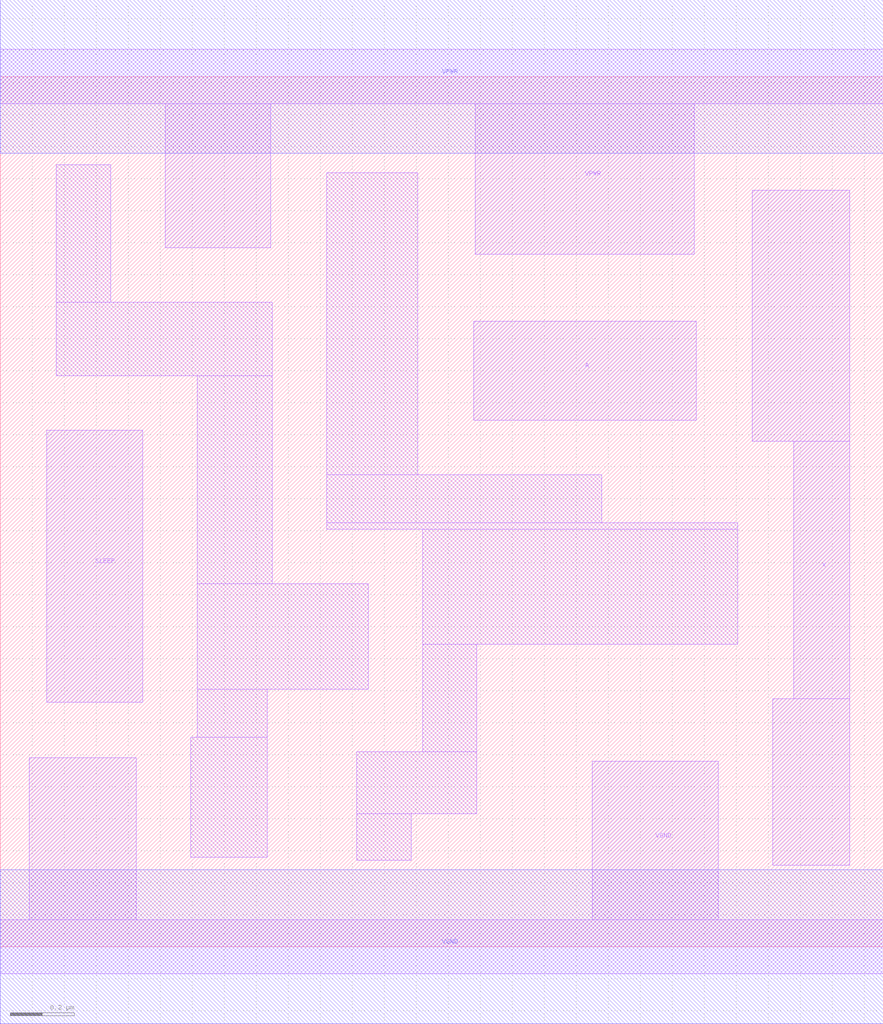
<source format=lef>
# Copyright 2020 The SkyWater PDK Authors
#
# Licensed under the Apache License, Version 2.0 (the "License");
# you may not use this file except in compliance with the License.
# You may obtain a copy of the License at
#
#     https://www.apache.org/licenses/LICENSE-2.0
#
# Unless required by applicable law or agreed to in writing, software
# distributed under the License is distributed on an "AS IS" BASIS,
# WITHOUT WARRANTIES OR CONDITIONS OF ANY KIND, either express or implied.
# See the License for the specific language governing permissions and
# limitations under the License.
#
# SPDX-License-Identifier: Apache-2.0

VERSION 5.5 ;
NAMESCASESENSITIVE ON ;
BUSBITCHARS "[]" ;
DIVIDERCHAR "/" ;
MACRO sky130_fd_sc_hd__lpflow_inputiso0p_1
  CLASS CORE ;
  SOURCE USER ;
  ORIGIN  0.000000  0.000000 ;
  SIZE  2.760000 BY  2.720000 ;
  SYMMETRY X Y R90 ;
  SITE unithd ;
  PIN A
    ANTENNAGATEAREA  0.126000 ;
    DIRECTION INPUT ;
    USE SIGNAL ;
    PORT
      LAYER li1 ;
        RECT 1.480000 1.645000 2.175000 1.955000 ;
    END
  END A
  PIN SLEEP
    ANTENNAGATEAREA  0.126000 ;
    DIRECTION INPUT ;
    USE SIGNAL ;
    PORT
      LAYER li1 ;
        RECT 0.145000 0.765000 0.445000 1.615000 ;
    END
  END SLEEP
  PIN X
    ANTENNADIFFAREA  0.429000 ;
    DIRECTION OUTPUT ;
    USE SIGNAL ;
    PORT
      LAYER li1 ;
        RECT 2.350000 1.580000 2.655000 2.365000 ;
        RECT 2.415000 0.255000 2.655000 0.775000 ;
        RECT 2.480000 0.775000 2.655000 1.580000 ;
    END
  END X
  PIN VGND
    DIRECTION INOUT ;
    SHAPE ABUTMENT ;
    USE GROUND ;
    PORT
      LAYER li1 ;
        RECT 0.000000 -0.085000 2.760000 0.085000 ;
        RECT 0.090000  0.085000 0.425000 0.590000 ;
        RECT 1.850000  0.085000 2.245000 0.580000 ;
    END
    PORT
      LAYER met1 ;
        RECT 0.000000 -0.240000 2.760000 0.240000 ;
    END
  END VGND
  PIN VPWR
    DIRECTION INOUT ;
    SHAPE ABUTMENT ;
    USE POWER ;
    PORT
      LAYER li1 ;
        RECT 0.000000 2.635000 2.760000 2.805000 ;
        RECT 0.515000 2.185000 0.845000 2.635000 ;
        RECT 1.485000 2.165000 2.170000 2.635000 ;
    END
    PORT
      LAYER met1 ;
        RECT 0.000000 2.480000 2.760000 2.960000 ;
    END
  END VPWR
  OBS
    LAYER li1 ;
      RECT 0.175000 1.785000 0.850000 2.015000 ;
      RECT 0.175000 2.015000 0.345000 2.445000 ;
      RECT 0.595000 0.280000 0.835000 0.655000 ;
      RECT 0.615000 0.655000 0.835000 0.805000 ;
      RECT 0.615000 0.805000 1.150000 1.135000 ;
      RECT 0.615000 1.135000 0.850000 1.785000 ;
      RECT 1.020000 1.305000 2.305000 1.325000 ;
      RECT 1.020000 1.325000 1.880000 1.475000 ;
      RECT 1.020000 1.475000 1.305000 2.420000 ;
      RECT 1.115000 0.270000 1.285000 0.415000 ;
      RECT 1.115000 0.415000 1.490000 0.610000 ;
      RECT 1.320000 0.610000 1.490000 0.945000 ;
      RECT 1.320000 0.945000 2.305000 1.305000 ;
  END
END sky130_fd_sc_hd__lpflow_inputiso0p_1
END LIBRARY

</source>
